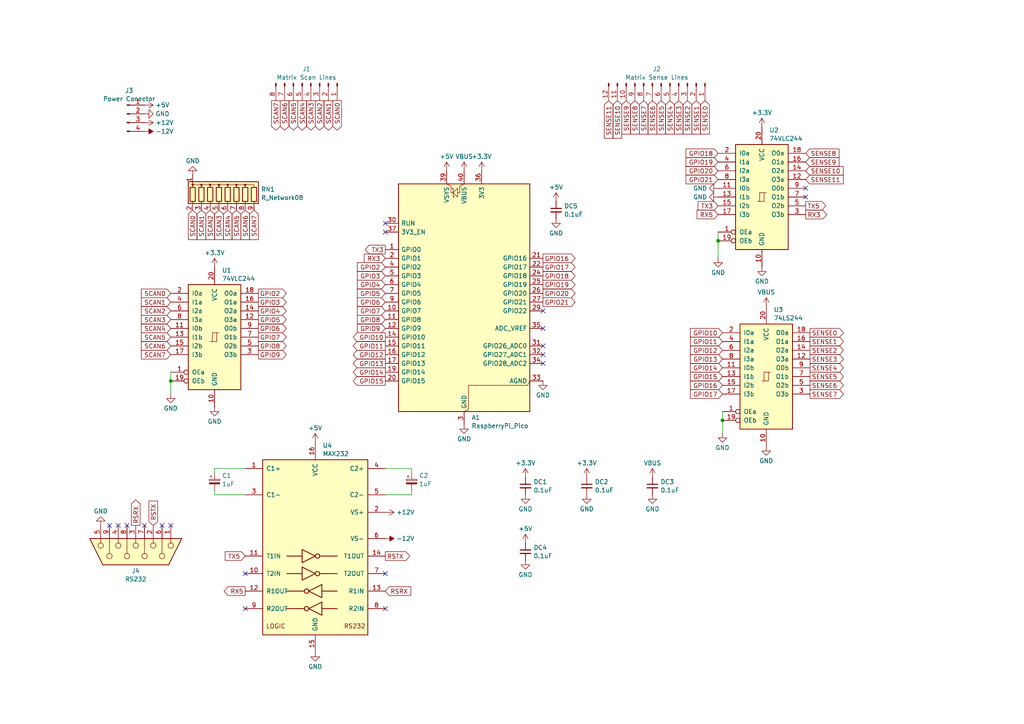
<source format=kicad_sch>
(kicad_sch (version 20250114) (generator "eeschema") (generator_version "9.0")
  (paper "A4")
  (lib_symbols
    (symbol "74xx:74LS244" (pin_names (offset 1.016))
      (property "Reference" "U" (at -7.62 16.51 0))
      (property "Value" "74LS244" (at -7.62 -16.51 0))
      (symbol "74LS244_1_0"
        (polyline (pts (xy -1.27 -1.27) (xy 0.635 -1.27) (xy 0.635 1.27) (xy 1.27 1.27)))
        (polyline (pts (xy -0.635 -1.27) (xy -0.635 1.27) (xy 0.635 1.27)))
        (pin input line (at -12.7 12.7 0) (length 5.08) (name "I0a") (number "2"))
        (pin input line (at -12.7 10.16 0) (length 5.08) (name "I1a") (number "4"))
        (pin input line (at -12.7 7.62 0) (length 5.08) (name "I2a") (number "6"))
        (pin input line (at -12.7 5.08 0) (length 5.08) (name "I3a") (number "8"))
        (pin input line (at -12.7 2.54 0) (length 5.08) (name "I0b") (number "11"))
        (pin input line (at -12.7 0 0) (length 5.08) (name "I1b") (number "13"))
        (pin input line (at -12.7 -2.54 0) (length 5.08) (name "I2b") (number "15"))
        (pin input line (at -12.7 -5.08 0) (length 5.08) (name "I3b") (number "17"))
        (pin input inverted (at -12.7 -10.16 0) (length 5.08) (name "OEa") (number "1"))
        (pin input inverted (at -12.7 -12.7 0) (length 5.08) (name "OEb") (number "19"))
        (pin power_in line (at 0 20.32 270) (length 5.08) (name "VCC") (number "20"))
        (pin power_in line (at 0 -20.32 90) (length 5.08) (name "GND") (number "10"))
        (pin tri_state line (at 12.7 12.7 180) (length 5.08) (name "O0a") (number "18"))
        (pin tri_state line (at 12.7 10.16 180) (length 5.08) (name "O1a") (number "16"))
        (pin tri_state line (at 12.7 7.62 180) (length 5.08) (name "O2a") (number "14"))
        (pin tri_state line (at 12.7 5.08 180) (length 5.08) (name "O3a") (number "12"))
        (pin tri_state line (at 12.7 2.54 180) (length 5.08) (name "O0b") (number "9"))
        (pin tri_state line (at 12.7 0 180) (length 5.08) (name "O1b") (number "7"))
        (pin tri_state line (at 12.7 -2.54 180) (length 5.08) (name "O2b") (number "5"))
        (pin tri_state line (at 12.7 -5.08 180) (length 5.08) (name "O3b") (number "3"))
      )
      (symbol "74LS244_1_1"
        (rectangle (start -7.62 15.24) (end 7.62 -15.24) (stroke (width 0.254)) (fill (type background)))
      )
    )
    (symbol "Connector:Conn_01x04_Pin" (pin_names (offset 1.016) (hide yes))
      (property "Reference" "J" (at 0 5.08 0))
      (property "Value" "Conn_01x04_Pin" (at 0 -7.62 0))
      (symbol "Conn_01x04_Pin_1_1"
        (rectangle (start 0.8636 2.667) (end 0 2.413) (stroke (width 0.1524)) (fill (type outline)))
        (rectangle (start 0.8636 0.127) (end 0 -0.127) (stroke (width 0.1524)) (fill (type outline)))
        (rectangle (start 0.8636 -2.413) (end 0 -2.667) (stroke (width 0.1524)) (fill (type outline)))
        (rectangle (start 0.8636 -4.953) (end 0 -5.207) (stroke (width 0.1524)) (fill (type outline)))
        (polyline (pts (xy 1.27 2.54) (xy 0.8636 2.54)) (stroke (width 0.1524)))
        (polyline (pts (xy 1.27 0) (xy 0.8636 0)) (stroke (width 0.1524)))
        (polyline (pts (xy 1.27 -2.54) (xy 0.8636 -2.54)) (stroke (width 0.1524)))
        (polyline (pts (xy 1.27 -5.08) (xy 0.8636 -5.08)) (stroke (width 0.1524)))
        (pin passive line (at 5.08 2.54 180) (length 3.81) (name "Pin_1") (number "1"))
        (pin passive line (at 5.08 0 180) (length 3.81) (name "Pin_2") (number "2"))
        (pin passive line (at 5.08 -2.54 180) (length 3.81) (name "Pin_3") (number "3"))
        (pin passive line (at 5.08 -5.08 180) (length 3.81) (name "Pin_4") (number "4"))
      )
    )
    (symbol "Connector:Conn_01x08_Pin" (pin_names (offset 1.016) (hide yes))
      (property "Reference" "J" (at 0 10.16 0))
      (property "Value" "Conn_01x08_Pin" (at 0 -12.7 0))
      (symbol "Conn_01x08_Pin_1_1"
        (rectangle (start 0.8636 7.747) (end 0 7.493) (stroke (width 0.1524)) (fill (type outline)))
        (rectangle (start 0.8636 5.207) (end 0 4.953) (stroke (width 0.1524)) (fill (type outline)))
        (rectangle (start 0.8636 2.667) (end 0 2.413) (stroke (width 0.1524)) (fill (type outline)))
        (rectangle (start 0.8636 0.127) (end 0 -0.127) (stroke (width 0.1524)) (fill (type outline)))
        (rectangle (start 0.8636 -2.413) (end 0 -2.667) (stroke (width 0.1524)) (fill (type outline)))
        (rectangle (start 0.8636 -4.953) (end 0 -5.207) (stroke (width 0.1524)) (fill (type outline)))
        (rectangle (start 0.8636 -7.493) (end 0 -7.747) (stroke (width 0.1524)) (fill (type outline)))
        (rectangle (start 0.8636 -10.033) (end 0 -10.287) (stroke (width 0.1524)) (fill (type outline)))
        (polyline (pts (xy 1.27 7.62) (xy 0.8636 7.62)) (stroke (width 0.1524)))
        (polyline (pts (xy 1.27 5.08) (xy 0.8636 5.08)) (stroke (width 0.1524)))
        (polyline (pts (xy 1.27 2.54) (xy 0.8636 2.54)) (stroke (width 0.1524)))
        (polyline (pts (xy 1.27 0) (xy 0.8636 0)) (stroke (width 0.1524)))
        (polyline (pts (xy 1.27 -2.54) (xy 0.8636 -2.54)) (stroke (width 0.1524)))
        (polyline (pts (xy 1.27 -5.08) (xy 0.8636 -5.08)) (stroke (width 0.1524)))
        (polyline (pts (xy 1.27 -7.62) (xy 0.8636 -7.62)) (stroke (width 0.1524)))
        (polyline (pts (xy 1.27 -10.16) (xy 0.8636 -10.16)) (stroke (width 0.1524)))
        (pin passive line (at 5.08 7.62 180) (length 3.81) (name "Pin_1") (number "1"))
        (pin passive line (at 5.08 5.08 180) (length 3.81) (name "Pin_2") (number "2"))
        (pin passive line (at 5.08 2.54 180) (length 3.81) (name "Pin_3") (number "3"))
        (pin passive line (at 5.08 0 180) (length 3.81) (name "Pin_4") (number "4"))
        (pin passive line (at 5.08 -2.54 180) (length 3.81) (name "Pin_5") (number "5"))
        (pin passive line (at 5.08 -5.08 180) (length 3.81) (name "Pin_6") (number "6"))
        (pin passive line (at 5.08 -7.62 180) (length 3.81) (name "Pin_7") (number "7"))
        (pin passive line (at 5.08 -10.16 180) (length 3.81) (name "Pin_8") (number "8"))
      )
    )
    (symbol "Connector:Conn_01x12_Pin" (pin_names (offset 1.016) (hide yes))
      (property "Reference" "J" (at 0 15.24 0))
      (property "Value" "Conn_01x12_Pin" (at 0 -17.78 0))
      (symbol "Conn_01x12_Pin_1_1"
        (rectangle (start 0.8636 12.827) (end 0 12.573) (stroke (width 0.1524)) (fill (type outline)))
        (rectangle (start 0.8636 10.287) (end 0 10.033) (stroke (width 0.1524)) (fill (type outline)))
        (rectangle (start 0.8636 7.747) (end 0 7.493) (stroke (width 0.1524)) (fill (type outline)))
        (rectangle (start 0.8636 5.207) (end 0 4.953) (stroke (width 0.1524)) (fill (type outline)))
        (rectangle (start 0.8636 2.667) (end 0 2.413) (stroke (width 0.1524)) (fill (type outline)))
        (rectangle (start 0.8636 0.127) (end 0 -0.127) (stroke (width 0.1524)) (fill (type outline)))
        (rectangle (start 0.8636 -2.413) (end 0 -2.667) (stroke (width 0.1524)) (fill (type outline)))
        (rectangle (start 0.8636 -4.953) (end 0 -5.207) (stroke (width 0.1524)) (fill (type outline)))
        (rectangle (start 0.8636 -7.493) (end 0 -7.747) (stroke (width 0.1524)) (fill (type outline)))
        (rectangle (start 0.8636 -10.033) (end 0 -10.287) (stroke (width 0.1524)) (fill (type outline)))
        (rectangle (start 0.8636 -12.573) (end 0 -12.827) (stroke (width 0.1524)) (fill (type outline)))
        (rectangle (start 0.8636 -15.113) (end 0 -15.367) (stroke (width 0.1524)) (fill (type outline)))
        (polyline (pts (xy 1.27 12.7) (xy 0.8636 12.7)) (stroke (width 0.1524)))
        (polyline (pts (xy 1.27 10.16) (xy 0.8636 10.16)) (stroke (width 0.1524)))
        (polyline (pts (xy 1.27 7.62) (xy 0.8636 7.62)) (stroke (width 0.1524)))
        (polyline (pts (xy 1.27 5.08) (xy 0.8636 5.08)) (stroke (width 0.1524)))
        (polyline (pts (xy 1.27 2.54) (xy 0.8636 2.54)) (stroke (width 0.1524)))
        (polyline (pts (xy 1.27 0) (xy 0.8636 0)) (stroke (width 0.1524)))
        (polyline (pts (xy 1.27 -2.54) (xy 0.8636 -2.54)) (stroke (width 0.1524)))
        (polyline (pts (xy 1.27 -5.08) (xy 0.8636 -5.08)) (stroke (width 0.1524)))
        (polyline (pts (xy 1.27 -7.62) (xy 0.8636 -7.62)) (stroke (width 0.1524)))
        (polyline (pts (xy 1.27 -10.16) (xy 0.8636 -10.16)) (stroke (width 0.1524)))
        (polyline (pts (xy 1.27 -12.7) (xy 0.8636 -12.7)) (stroke (width 0.1524)))
        (polyline (pts (xy 1.27 -15.24) (xy 0.8636 -15.24)) (stroke (width 0.1524)))
        (pin passive line (at 5.08 12.7 180) (length 3.81) (name "Pin_1") (number "1"))
        (pin passive line (at 5.08 10.16 180) (length 3.81) (name "Pin_2") (number "2"))
        (pin passive line (at 5.08 7.62 180) (length 3.81) (name "Pin_3") (number "3"))
        (pin passive line (at 5.08 5.08 180) (length 3.81) (name "Pin_4") (number "4"))
        (pin passive line (at 5.08 2.54 180) (length 3.81) (name "Pin_5") (number "5"))
        (pin passive line (at 5.08 0 180) (length 3.81) (name "Pin_6") (number "6"))
        (pin passive line (at 5.08 -2.54 180) (length 3.81) (name "Pin_7") (number "7"))
        (pin passive line (at 5.08 -5.08 180) (length 3.81) (name "Pin_8") (number "8"))
        (pin passive line (at 5.08 -7.62 180) (length 3.81) (name "Pin_9") (number "9"))
        (pin passive line (at 5.08 -10.16 180) (length 3.81) (name "Pin_10") (number "10"))
        (pin passive line (at 5.08 -12.7 180) (length 3.81) (name "Pin_11") (number "11"))
        (pin passive line (at 5.08 -15.24 180) (length 3.81) (name "Pin_12") (number "12"))
      )
    )
    (symbol "Connector:DE9_Socket" (pin_names (offset 1.016) (hide yes))
      (property "Reference" "J" (at 0 13.97 0))
      (property "Value" "DE9_Socket" (at 0 -14.605 0))
      (symbol "DE9_Socket_0_1"
        (polyline (pts (xy -3.81 13.335) (xy -3.81 -13.335) (xy 3.81 -9.525) (xy 3.81 9.525) (xy -3.81 13.335)) (stroke (width 0.254)) (fill (type background)))
        (polyline (pts (xy -3.81 10.16) (xy -2.54 10.16)))
        (polyline (pts (xy -3.81 7.62) (xy 0.508 7.62)))
        (polyline (pts (xy -3.81 5.08) (xy -2.54 5.08)))
        (polyline (pts (xy -3.81 2.54) (xy 0.508 2.54)))
        (polyline (pts (xy -3.81 0) (xy -2.54 0)))
        (polyline (pts (xy -3.81 -2.54) (xy 0.508 -2.54)))
        (polyline (pts (xy -3.81 -5.08) (xy -2.54 -5.08)))
        (polyline (pts (xy -3.81 -7.62) (xy 0.508 -7.62)))
        (polyline (pts (xy -3.81 -10.16) (xy -2.54 -10.16)))
        (circle (center -1.778 10.16) (radius 0.762))
        (circle (center -1.778 5.08) (radius 0.762))
        (circle (center -1.778 0) (radius 0.762))
        (circle (center -1.778 -5.08) (radius 0.762))
        (circle (center -1.778 -10.16) (radius 0.762))
        (circle (center 1.27 7.62) (radius 0.762))
        (circle (center 1.27 2.54) (radius 0.762))
        (circle (center 1.27 -2.54) (radius 0.762))
        (circle (center 1.27 -7.62) (radius 0.762))
      )
      (symbol "DE9_Socket_1_1"
        (pin passive line (at -7.62 10.16 0) (length 3.81) (name "1") (number "1"))
        (pin passive line (at -7.62 7.62 0) (length 3.81) (name "6") (number "6"))
        (pin passive line (at -7.62 5.08 0) (length 3.81) (name "2") (number "2"))
        (pin passive line (at -7.62 2.54 0) (length 3.81) (name "7") (number "7"))
        (pin passive line (at -7.62 0 0) (length 3.81) (name "3") (number "3"))
        (pin passive line (at -7.62 -2.54 0) (length 3.81) (name "8") (number "8"))
        (pin passive line (at -7.62 -5.08 0) (length 3.81) (name "4") (number "4"))
        (pin passive line (at -7.62 -7.62 0) (length 3.81) (name "9") (number "9"))
        (pin passive line (at -7.62 -10.16 0) (length 3.81) (name "5") (number "5"))
      )
    )
    (symbol "Device:C_Polarized_Small" (pin_numbers (hide yes)) (pin_names (offset 0.254) (hide yes))
      (property "Reference" "C" (at 0.254 1.778 0))
      (property "Value" "C_Polarized_Small" (at 0.254 -2.032 0))
      (symbol "C_Polarized_Small_0_1"
        (rectangle (start -1.524 0.6858) (end 1.524 0.3048))
        (rectangle (start -1.524 -0.3048) (end 1.524 -0.6858) (fill (type outline)))
        (polyline (pts (xy -1.27 1.524) (xy -0.762 1.524)))
        (polyline (pts (xy -1.016 1.27) (xy -1.016 1.778)))
      )
      (symbol "C_Polarized_Small_1_1"
        (pin passive line (at 0 2.54 270) (length 1.8542) (name "~") (number "1"))
        (pin passive line (at 0 -2.54 90) (length 1.8542) (name "~") (number "2"))
      )
    )
    (symbol "Device:C_Small" (pin_numbers (hide yes)) (pin_names (offset 0.254) (hide yes))
      (property "Reference" "C" (at 0.254 1.778 0))
      (property "Value" "C_Small" (at 0.254 -2.032 0))
      (symbol "C_Small_0_1"
        (polyline (pts (xy -1.524 0.508) (xy 1.524 0.508)) (stroke (width 0.3048)))
        (polyline (pts (xy -1.524 -0.508) (xy 1.524 -0.508)) (stroke (width 0.3302)))
      )
      (symbol "C_Small_1_1"
        (pin passive line (at 0 2.54 270) (length 2.032) (name "~") (number "1"))
        (pin passive line (at 0 -2.54 90) (length 2.032) (name "~") (number "2"))
      )
    )
    (symbol "Device:R_Network08" (pin_names (offset 0) (hide yes))
      (property "Reference" "RN" (at -12.7 0 90))
      (property "Value" "R_Network08" (at 10.16 0 90))
      (symbol "R_Network08_0_1"
        (rectangle (start -11.43 -3.175) (end 8.89 3.175) (stroke (width 0.254)) (fill (type background)))
        (rectangle (start -10.922 1.524) (end -9.398 -2.54) (stroke (width 0.254)))
        (circle (center -10.16 2.286) (radius 0.254) (fill (type outline)))
        (polyline (pts (xy -10.16 1.524) (xy -10.16 2.286) (xy -7.62 2.286) (xy -7.62 1.524)))
        (polyline (pts (xy -10.16 -2.54) (xy -10.16 -3.81)))
        (rectangle (start -8.382 1.524) (end -6.858 -2.54) (stroke (width 0.254)))
        (circle (center -7.62 2.286) (radius 0.254) (fill (type outline)))
        (polyline (pts (xy -7.62 1.524) (xy -7.62 2.286) (xy -5.08 2.286) (xy -5.08 1.524)))
        (polyline (pts (xy -7.62 -2.54) (xy -7.62 -3.81)))
        (rectangle (start -5.842 1.524) (end -4.318 -2.54) (stroke (width 0.254)))
        (circle (center -5.08 2.286) (radius 0.254) (fill (type outline)))
        (polyline (pts (xy -5.08 1.524) (xy -5.08 2.286) (xy -2.54 2.286) (xy -2.54 1.524)))
        (polyline (pts (xy -5.08 -2.54) (xy -5.08 -3.81)))
        (rectangle (start -3.302 1.524) (end -1.778 -2.54) (stroke (width 0.254)))
        (circle (center -2.54 2.286) (radius 0.254) (fill (type outline)))
        (polyline (pts (xy -2.54 1.524) (xy -2.54 2.286) (xy 0 2.286) (xy 0 1.524)))
        (polyline (pts (xy -2.54 -2.54) (xy -2.54 -3.81)))
        (rectangle (start -0.762 1.524) (end 0.762 -2.54) (stroke (width 0.254)))
        (circle (center 0 2.286) (radius 0.254) (fill (type outline)))
        (polyline (pts (xy 0 1.524) (xy 0 2.286) (xy 2.54 2.286) (xy 2.54 1.524)))
        (polyline (pts (xy 0 -2.54) (xy 0 -3.81)))
        (rectangle (start 1.778 1.524) (end 3.302 -2.54) (stroke (width 0.254)))
        (circle (center 2.54 2.286) (radius 0.254) (fill (type outline)))
        (polyline (pts (xy 2.54 1.524) (xy 2.54 2.286) (xy 5.08 2.286) (xy 5.08 1.524)))
        (polyline (pts (xy 2.54 -2.54) (xy 2.54 -3.81)))
        (rectangle (start 4.318 1.524) (end 5.842 -2.54) (stroke (width 0.254)))
        (circle (center 5.08 2.286) (radius 0.254) (fill (type outline)))
        (polyline (pts (xy 5.08 1.524) (xy 5.08 2.286) (xy 7.62 2.286) (xy 7.62 1.524)))
        (polyline (pts (xy 5.08 -2.54) (xy 5.08 -3.81)))
        (rectangle (start 6.858 1.524) (end 8.382 -2.54) (stroke (width 0.254)))
        (polyline (pts (xy 7.62 -2.54) (xy 7.62 -3.81)))
      )
      (symbol "R_Network08_1_1"
        (pin passive line (at -10.16 5.08 270) (length 2.54) (name "common") (number "1"))
        (pin passive line (at -10.16 -5.08 90) (length 1.27) (name "R1") (number "2"))
        (pin passive line (at -7.62 -5.08 90) (length 1.27) (name "R2") (number "3"))
        (pin passive line (at -5.08 -5.08 90) (length 1.27) (name "R3") (number "4"))
        (pin passive line (at -2.54 -5.08 90) (length 1.27) (name "R4") (number "5"))
        (pin passive line (at 0 -5.08 90) (length 1.27) (name "R5") (number "6"))
        (pin passive line (at 2.54 -5.08 90) (length 1.27) (name "R6") (number "7"))
        (pin passive line (at 5.08 -5.08 90) (length 1.27) (name "R7") (number "8"))
        (pin passive line (at 7.62 -5.08 90) (length 1.27) (name "R8") (number "9"))
      )
    )
    (symbol "Interface_UART:MAX232" (pin_names (offset 1.016))
      (property "Reference" "U" (at -2.54 28.575 0))
      (property "Value" "MAX232" (at -2.54 26.67 0))
      (symbol "MAX232_0_0"
        (text "LOGIC" (at -11.43 -22.86 0) (effects (font (size 1.27 1.27))))
        (text "RS232" (at 11.43 -22.86 0) (effects (font (size 1.27 1.27))))
      )
      (symbol "MAX232_0_1"
        (rectangle (start -15.24 -25.4) (end 15.24 25.4) (stroke (width 0.254)) (fill (type background)))
        (polyline (pts (xy -3.81 -0.635) (xy -3.81 -4.445) (xy 0 -2.54) (xy -3.81 -0.635)) (stroke (width 0.254)))
        (polyline (pts (xy -3.81 -2.54) (xy -8.255 -2.54)) (stroke (width 0.254)))
        (polyline (pts (xy -3.81 -5.715) (xy -3.81 -9.525) (xy 0 -7.62) (xy -3.81 -5.715)) (stroke (width 0.254)))
        (polyline (pts (xy -3.81 -7.62) (xy -8.255 -7.62)) (stroke (width 0.254)))
        (polyline (pts (xy -3.175 -12.7) (xy -8.255 -12.7)) (stroke (width 0.254)))
        (polyline (pts (xy -3.175 -17.78) (xy -8.255 -17.78)) (stroke (width 0.254)))
        (circle (center -2.54 -12.7) (radius 0.635) (stroke (width 0.254)))
        (circle (center -2.54 -17.78) (radius 0.635) (stroke (width 0.254)))
        (circle (center 0.635 -2.54) (radius 0.635) (stroke (width 0.254)))
        (circle (center 0.635 -7.62) (radius 0.635) (stroke (width 0.254)))
        (polyline (pts (xy 1.27 -2.54) (xy 6.35 -2.54)) (stroke (width 0.254)))
        (polyline (pts (xy 1.27 -7.62) (xy 6.35 -7.62)) (stroke (width 0.254)))
        (polyline (pts (xy 1.905 -10.795) (xy 1.905 -14.605) (xy -1.905 -12.7) (xy 1.905 -10.795)) (stroke (width 0.254)))
        (polyline (pts (xy 1.905 -12.7) (xy 6.35 -12.7)) (stroke (width 0.254)))
        (polyline (pts (xy 1.905 -15.875) (xy 1.905 -19.685) (xy -1.905 -17.78) (xy 1.905 -15.875)) (stroke (width 0.254)))
        (polyline (pts (xy 1.905 -17.78) (xy 6.35 -17.78)) (stroke (width 0.254)))
      )
      (symbol "MAX232_1_1"
        (pin passive line (at -20.32 22.86 0) (length 5.08) (name "C1+") (number "1"))
        (pin passive line (at -20.32 15.24 0) (length 5.08) (name "C1-") (number "3"))
        (pin input line (at -20.32 -2.54 0) (length 5.08) (name "T1IN") (number "11"))
        (pin input line (at -20.32 -7.62 0) (length 5.08) (name "T2IN") (number "10"))
        (pin output line (at -20.32 -12.7 0) (length 5.08) (name "R1OUT") (number "12"))
        (pin output line (at -20.32 -17.78 0) (length 5.08) (name "R2OUT") (number "9"))
        (pin power_in line (at 0 30.48 270) (length 5.08) (name "VCC") (number "16"))
        (pin power_in line (at 0 -30.48 90) (length 5.08) (name "GND") (number "15"))
        (pin passive line (at 20.32 22.86 180) (length 5.08) (name "C2+") (number "4"))
        (pin passive line (at 20.32 15.24 180) (length 5.08) (name "C2-") (number "5"))
        (pin power_out line (at 20.32 10.16 180) (length 5.08) (name "VS+") (number "2"))
        (pin power_out line (at 20.32 2.54 180) (length 5.08) (name "VS-") (number "6"))
        (pin output line (at 20.32 -2.54 180) (length 5.08) (name "T1OUT") (number "14"))
        (pin output line (at 20.32 -7.62 180) (length 5.08) (name "T2OUT") (number "7"))
        (pin input line (at 20.32 -12.7 180) (length 5.08) (name "R1IN") (number "13"))
        (pin input line (at 20.32 -17.78 180) (length 5.08) (name "R2IN") (number "8"))
      )
    )
    (symbol "MCU_Module:RaspberryPi_Pico" (pin_names (offset 0.762))
      (property "Reference" "A" (at -19.05 35.56 0))
      (property "Value" "RaspberryPi_Pico" (at 7.62 35.56 0))
      (symbol "RaspberryPi_Pico_0_1"
        (rectangle (start -19.05 34.29) (end 19.05 -31.75) (stroke (width 0.254)) (fill (type background)))
        (polyline (pts (xy -5.08 34.29) (xy -3.81 33.655) (xy -3.81 31.75) (xy -3.175 31.75)))
        (polyline (pts (xy -3.429 32.766) (xy -3.429 33.02) (xy -3.175 33.02) (xy -3.175 30.48) (xy -2.921 30.48) (xy -2.921 30.734)))
        (polyline (pts (xy -3.175 31.75) (xy -1.905 33.02) (xy -1.905 30.48) (xy -3.175 31.75)))
        (polyline (pts (xy 0 34.29) (xy -1.27 33.655) (xy -1.27 31.75) (xy -1.905 31.75)))
        (polyline (pts (xy 0 -31.75) (xy 1.27 -31.115) (xy 1.27 -24.13) (xy 18.415 -24.13) (xy 19.05 -22.86)))
      )
      (symbol "RaspberryPi_Pico_1_1"
        (pin passive line (at -22.86 22.86 0) (length 3.81) (name "RUN") (number "30"))
        (pin passive line (at -22.86 20.32 0) (length 3.81) (name "3V3_EN") (number "37"))
        (pin bidirectional line (at -22.86 15.24 0) (length 3.81) (name "GPIO0") (number "1"))
        (pin bidirectional line (at -22.86 12.7 0) (length 3.81) (name "GPIO1") (number "2"))
        (pin bidirectional line (at -22.86 10.16 0) (length 3.81) (name "GPIO2") (number "4"))
        (pin bidirectional line (at -22.86 7.62 0) (length 3.81) (name "GPIO3") (number "5"))
        (pin bidirectional line (at -22.86 5.08 0) (length 3.81) (name "GPIO4") (number "6"))
        (pin bidirectional line (at -22.86 2.54 0) (length 3.81) (name "GPIO5") (number "7"))
        (pin bidirectional line (at -22.86 0 0) (length 3.81) (name "GPIO6") (number "9"))
        (pin bidirectional line (at -22.86 -2.54 0) (length 3.81) (name "GPIO7") (number "10"))
        (pin bidirectional line (at -22.86 -5.08 0) (length 3.81) (name "GPIO8") (number "11"))
        (pin bidirectional line (at -22.86 -7.62 0) (length 3.81) (name "GPIO9") (number "12"))
        (pin bidirectional line (at -22.86 -10.16 0) (length 3.81) (name "GPIO10") (number "14"))
        (pin bidirectional line (at -22.86 -12.7 0) (length 3.81) (name "GPIO11") (number "15"))
        (pin bidirectional line (at -22.86 -15.24 0) (length 3.81) (name "GPIO12") (number "16"))
        (pin bidirectional line (at -22.86 -17.78 0) (length 3.81) (name "GPIO13") (number "17"))
        (pin bidirectional line (at -22.86 -20.32 0) (length 3.81) (name "GPIO14") (number "19"))
        (pin bidirectional line (at -22.86 -22.86 0) (length 3.81) (name "GPIO15") (number "20"))
        (pin power_in line (at -5.08 38.1 270) (length 3.81) (name "VSYS") (number "39"))
        (pin power_out line (at 0 38.1 270) (length 3.81) (name "VBUS") (number "40"))
        (pin passive line (at 0 -35.56 90) (length 3.81) (hide yes) (name "GND") (number "13"))
        (pin passive line (at 0 -35.56 90) (length 3.81) (hide yes) (name "GND") (number "18"))
        (pin passive line (at 0 -35.56 90) (length 3.81) (hide yes) (name "GND") (number "23"))
        (pin passive line (at 0 -35.56 90) (length 3.81) (hide yes) (name "GND") (number "28"))
        (pin power_out line (at 0 -35.56 90) (length 3.81) (name "GND") (number "3"))
        (pin passive line (at 0 -35.56 90) (length 3.81) (hide yes) (name "GND") (number "38"))
        (pin passive line (at 0 -35.56 90) (length 3.81) (hide yes) (name "GND") (number "8"))
        (pin power_out line (at 5.08 38.1 270) (length 3.81) (name "3V3") (number "36"))
        (pin bidirectional line (at 22.86 12.7 180) (length 3.81) (name "GPIO16") (number "21"))
        (pin bidirectional line (at 22.86 10.16 180) (length 3.81) (name "GPIO17") (number "22"))
        (pin bidirectional line (at 22.86 7.62 180) (length 3.81) (name "GPIO18") (number "24"))
        (pin bidirectional line (at 22.86 5.08 180) (length 3.81) (name "GPIO19") (number "25"))
        (pin bidirectional line (at 22.86 2.54 180) (length 3.81) (name "GPIO20") (number "26"))
        (pin bidirectional line (at 22.86 0 180) (length 3.81) (name "GPIO21") (number "27"))
        (pin bidirectional line (at 22.86 -2.54 180) (length 3.81) (name "GPIO22") (number "29"))
        (pin power_in line (at 22.86 -7.62 180) (length 3.81) (name "ADC_VREF") (number "35"))
        (pin bidirectional line (at 22.86 -12.7 180) (length 3.81) (name "GPIO26_ADC0") (number "31"))
        (pin bidirectional line (at 22.86 -15.24 180) (length 3.81) (name "GPIO27_ADC1") (number "32"))
        (pin bidirectional line (at 22.86 -17.78 180) (length 3.81) (name "GPIO28_ADC2") (number "34"))
        (pin power_out line (at 22.86 -22.86 180) (length 3.81) (name "AGND") (number "33"))
      )
    )
    (symbol "power:+12V" (power) (pin_numbers (hide yes)) (pin_names (offset 0) (hide yes))
      (property "Value" "+12V" (at 0 3.556 0))
      (symbol "+12V_0_1"
        (polyline (pts (xy -0.762 1.27) (xy 0 2.54)))
        (polyline (pts (xy 0 2.54) (xy 0.762 1.27)))
        (polyline (pts (xy 0 0) (xy 0 2.54)))
      )
      (symbol "+12V_1_1"
        (pin power_in line (at 0 0 90) (length 0) (name "~") (number "1"))
      )
    )
    (symbol "power:+3.3V" (power) (pin_numbers (hide yes)) (pin_names (offset 0) (hide yes))
      (property "Value" "+3.3V" (at 0 3.556 0))
      (symbol "+3.3V_0_1"
        (polyline (pts (xy -0.762 1.27) (xy 0 2.54)))
        (polyline (pts (xy 0 2.54) (xy 0.762 1.27)))
        (polyline (pts (xy 0 0) (xy 0 2.54)))
      )
      (symbol "+3.3V_1_1"
        (pin power_in line (at 0 0 90) (length 0) (name "~") (number "1"))
      )
    )
    (symbol "power:+5V" (power) (pin_numbers (hide yes)) (pin_names (offset 0) (hide yes))
      (property "Value" "+5V" (at 0 3.556 0))
      (symbol "+5V_0_1"
        (polyline (pts (xy -0.762 1.27) (xy 0 2.54)))
        (polyline (pts (xy 0 2.54) (xy 0.762 1.27)))
        (polyline (pts (xy 0 0) (xy 0 2.54)))
      )
      (symbol "+5V_1_1"
        (pin power_in line (at 0 0 90) (length 0) (name "~") (number "1"))
      )
    )
    (symbol "power:-12V" (power) (pin_numbers (hide yes)) (pin_names (offset 0) (hide yes))
      (property "Value" "-12V" (at 0 3.556 0))
      (symbol "-12V_0_0"
        (pin power_in line (at 0 0 90) (length 0) (name "~") (number "1"))
      )
      (symbol "-12V_0_1"
        (polyline (pts (xy 0 0) (xy 0 1.27) (xy 0.762 1.27) (xy 0 2.54) (xy -0.762 1.27) (xy 0 1.27)) (fill (type outline)))
      )
    )
    (symbol "power:GND" (power) (pin_numbers (hide yes)) (pin_names (offset 0) (hide yes))
      (property "Value" "GND" (at 0 -3.81 0))
      (symbol "GND_0_1"
        (polyline (pts (xy 0 0) (xy 0 -1.27) (xy 1.27 -1.27) (xy 0 -2.54) (xy -1.27 -1.27) (xy 0 -1.27)))
      )
      (symbol "GND_1_1"
        (pin power_in line (at 0 0 270) (length 0) (name "~") (number "1"))
      )
    )
    (symbol "power:VBUS" (power) (pin_numbers (hide yes)) (pin_names (offset 0) (hide yes))
      (property "Value" "VBUS" (at 0 3.556 0))
      (symbol "VBUS_0_1"
        (polyline (pts (xy -0.762 1.27) (xy 0 2.54)))
        (polyline (pts (xy 0 2.54) (xy 0.762 1.27)))
        (polyline (pts (xy 0 0) (xy 0 2.54)))
      )
      (symbol "VBUS_1_1"
        (pin power_in line (at 0 0 90) (length 0) (name "~") (number "1"))
      )
    )
  )
  (junction (at 49.53 110.49))
  (junction (at 209.55 121.92))
  (junction (at 208.28 69.85))
  (no_connect (at 71.12 176.53))
  (no_connect (at 111.76 166.37))
  (no_connect (at 34.29 152.4))
  (no_connect (at 111.76 67.31))
  (no_connect (at 157.48 100.33))
  (no_connect (at 157.48 102.87))
  (no_connect (at 49.53 152.4))
  (no_connect (at 111.76 176.53))
  (no_connect (at 71.12 166.37))
  (no_connect (at 233.68 57.15))
  (no_connect (at 157.48 105.41))
  (no_connect (at 111.76 64.77))
  (no_connect (at 36.83 152.4))
  (no_connect (at 157.48 90.17))
  (no_connect (at 233.68 54.61))
  (no_connect (at 157.48 95.25))
  (no_connect (at 41.91 152.4))
  (no_connect (at 31.75 152.4))
  (no_connect (at 46.99 152.4))
  (wire (pts (xy 71.12 143.51) (xy 62.23 143.51)))
  (wire (pts (xy 119.38 142.24) (xy 119.38 143.51)))
  (wire (pts (xy 71.12 135.89) (xy 62.23 135.89)))
  (wire (pts (xy 62.23 135.89) (xy 62.23 137.16)))
  (wire (pts (xy 119.38 143.51) (xy 111.76 143.51)))
  (wire (pts (xy 208.28 69.85) (xy 208.28 74.93)))
  (wire (pts (xy 49.53 107.95) (xy 49.53 110.49)))
  (wire (pts (xy 49.53 110.49) (xy 49.53 114.3)))
  (wire (pts (xy 208.28 67.31) (xy 208.28 69.85)))
  (wire (pts (xy 209.55 119.38) (xy 209.55 121.92)))
  (wire (pts (xy 62.23 143.51) (xy 62.23 142.24)))
  (wire (pts (xy 119.38 137.16) (xy 119.38 135.89)))
  (wire (pts (xy 209.55 121.92) (xy 209.55 125.73)))
  (wire (pts (xy 119.38 135.89) (xy 111.76 135.89)))
  (global_label "RX3" (shape input) (at 111.76 74.93 180) (property "Intersheetrefs" "${INTERSHEET_REFS}" (effects (hide yes))))
  (global_label "GPIO8" (shape output) (at 74.93 100.33 0) (property "Intersheetrefs" "${INTERSHEET_REFS}" (effects (hide yes))))
  (global_label "SCAN1" (shape input) (at 49.53 87.63 180) (property "Intersheetrefs" "${INTERSHEET_REFS}" (effects (hide yes))))
  (global_label "TX3" (shape input) (at 208.28 59.69 180) (property "Intersheetrefs" "${INTERSHEET_REFS}" (effects (hide yes))))
  (global_label "GPIO17" (shape input) (at 209.55 114.3 180) (property "Intersheetrefs" "${INTERSHEET_REFS}" (effects (hide yes))))
  (global_label "GPIO7" (shape output) (at 74.93 97.79 0) (property "Intersheetrefs" "${INTERSHEET_REFS}" (effects (hide yes))))
  (global_label "GPIO5" (shape output) (at 74.93 92.71 0) (property "Intersheetrefs" "${INTERSHEET_REFS}" (effects (hide yes))))
  (global_label "GPIO7" (shape input) (at 111.76 90.17 180) (property "Intersheetrefs" "${INTERSHEET_REFS}" (effects (hide yes))))
  (global_label "SENSE8" (shape input) (at 184.15 29.21 270) (property "Intersheetrefs" "${INTERSHEET_REFS}" (effects (hide yes))))
  (global_label "SENSE1" (shape input) (at 201.93 29.21 270) (property "Intersheetrefs" "${INTERSHEET_REFS}" (effects (hide yes))))
  (global_label "SCAN6" (shape input) (at 49.53 100.33 180) (property "Intersheetrefs" "${INTERSHEET_REFS}" (effects (hide yes))))
  (global_label "GPIO12" (shape input) (at 209.55 101.6 180) (property "Intersheetrefs" "${INTERSHEET_REFS}" (effects (hide yes))))
  (global_label "TX5" (shape output) (at 233.68 59.69 0) (property "Intersheetrefs" "${INTERSHEET_REFS}" (effects (hide yes))))
  (global_label "SCAN7" (shape input) (at 49.53 102.87 180) (property "Intersheetrefs" "${INTERSHEET_REFS}" (effects (hide yes))))
  (global_label "SENSE10" (shape input) (at 179.07 29.21 270) (property "Intersheetrefs" "${INTERSHEET_REFS}" (effects (hide yes))))
  (global_label "GPIO18" (shape input) (at 208.28 44.45 180) (property "Intersheetrefs" "${INTERSHEET_REFS}" (effects (hide yes))))
  (global_label "GPIO15" (shape input) (at 209.55 109.22 180) (property "Intersheetrefs" "${INTERSHEET_REFS}" (effects (hide yes))))
  (global_label "RSTX" (shape input) (at 44.45 152.4 90) (property "Intersheetrefs" "${INTERSHEET_REFS}" (effects (hide yes))))
  (global_label "SENSE0" (shape output) (at 234.95 96.52 0) (property "Intersheetrefs" "${INTERSHEET_REFS}" (effects (hide yes))))
  (global_label "SCAN0" (shape input) (at 49.53 85.09 180) (property "Intersheetrefs" "${INTERSHEET_REFS}" (effects (hide yes))))
  (global_label "SENSE8" (shape input) (at 233.68 44.45 0) (property "Intersheetrefs" "${INTERSHEET_REFS}" (effects (hide yes))))
  (global_label "GPIO3" (shape output) (at 74.93 87.63 0) (property "Intersheetrefs" "${INTERSHEET_REFS}" (effects (hide yes))))
  (global_label "GPIO11" (shape output) (at 111.76 100.33 180) (property "Intersheetrefs" "${INTERSHEET_REFS}" (effects (hide yes))))
  (global_label "SENSE2" (shape input) (at 199.39 29.21 270) (property "Intersheetrefs" "${INTERSHEET_REFS}" (effects (hide yes))))
  (global_label "RSRX" (shape input) (at 111.76 171.45 0) (property "Intersheetrefs" "${INTERSHEET_REFS}" (effects (hide yes))))
  (global_label "SCAN1" (shape output) (at 95.25 29.21 270) (property "Intersheetrefs" "${INTERSHEET_REFS}" (effects (hide yes))))
  (global_label "SENSE1" (shape output) (at 234.95 99.06 0) (property "Intersheetrefs" "${INTERSHEET_REFS}" (effects (hide yes))))
  (global_label "SENSE0" (shape input) (at 204.47 29.21 270) (property "Intersheetrefs" "${INTERSHEET_REFS}" (effects (hide yes))))
  (global_label "SCAN0" (shape input) (at 55.88 60.96 270) (property "Intersheetrefs" "${INTERSHEET_REFS}" (effects (hide yes))))
  (global_label "SCAN4" (shape input) (at 49.53 95.25 180) (property "Intersheetrefs" "${INTERSHEET_REFS}" (effects (hide yes))))
  (global_label "GPIO16" (shape output) (at 157.48 74.93 0) (property "Intersheetrefs" "${INTERSHEET_REFS}" (effects (hide yes))))
  (global_label "RX5" (shape output) (at 71.12 171.45 180) (property "Intersheetrefs" "${INTERSHEET_REFS}" (effects (hide yes))))
  (global_label "GPIO6" (shape input) (at 111.76 87.63 180) (property "Intersheetrefs" "${INTERSHEET_REFS}" (effects (hide yes))))
  (global_label "SCAN4" (shape output) (at 87.63 29.21 270) (property "Intersheetrefs" "${INTERSHEET_REFS}" (effects (hide yes))))
  (global_label "SENSE7" (shape output) (at 234.95 114.3 0) (property "Intersheetrefs" "${INTERSHEET_REFS}" (effects (hide yes))))
  (global_label "GPIO15" (shape output) (at 111.76 110.49 180) (property "Intersheetrefs" "${INTERSHEET_REFS}" (effects (hide yes))))
  (global_label "GPIO3" (shape input) (at 111.76 80.01 180) (property "Intersheetrefs" "${INTERSHEET_REFS}" (effects (hide yes))))
  (global_label "SENSE4" (shape input) (at 194.31 29.21 270) (property "Intersheetrefs" "${INTERSHEET_REFS}" (effects (hide yes))))
  (global_label "SCAN3" (shape output) (at 90.17 29.21 270) (property "Intersheetrefs" "${INTERSHEET_REFS}" (effects (hide yes))))
  (global_label "GPIO11" (shape input) (at 209.55 99.06 180) (property "Intersheetrefs" "${INTERSHEET_REFS}" (effects (hide yes))))
  (global_label "SCAN5" (shape output) (at 85.09 29.21 270) (property "Intersheetrefs" "${INTERSHEET_REFS}" (effects (hide yes))))
  (global_label "SENSE2" (shape output) (at 234.95 101.6 0) (property "Intersheetrefs" "${INTERSHEET_REFS}" (effects (hide yes))))
  (global_label "SENSE5" (shape output) (at 234.95 109.22 0) (property "Intersheetrefs" "${INTERSHEET_REFS}" (effects (hide yes))))
  (global_label "SENSE11" (shape input) (at 176.53 29.21 270) (property "Intersheetrefs" "${INTERSHEET_REFS}" (effects (hide yes))))
  (global_label "GPIO21" (shape output) (at 157.48 87.63 0) (property "Intersheetrefs" "${INTERSHEET_REFS}" (effects (hide yes))))
  (global_label "SCAN5" (shape input) (at 49.53 97.79 180) (property "Intersheetrefs" "${INTERSHEET_REFS}" (effects (hide yes))))
  (global_label "SCAN7" (shape input) (at 73.66 60.96 270) (property "Intersheetrefs" "${INTERSHEET_REFS}" (effects (hide yes))))
  (global_label "SENSE9" (shape input) (at 233.68 46.99 0) (property "Intersheetrefs" "${INTERSHEET_REFS}" (effects (hide yes))))
  (global_label "GPIO4" (shape output) (at 74.93 90.17 0) (property "Intersheetrefs" "${INTERSHEET_REFS}" (effects (hide yes))))
  (global_label "GPIO20" (shape output) (at 157.48 85.09 0) (property "Intersheetrefs" "${INTERSHEET_REFS}" (effects (hide yes))))
  (global_label "GPIO17" (shape output) (at 157.48 77.47 0) (property "Intersheetrefs" "${INTERSHEET_REFS}" (effects (hide yes))))
  (global_label "GPIO14" (shape input) (at 209.55 106.68 180) (property "Intersheetrefs" "${INTERSHEET_REFS}" (effects (hide yes))))
  (global_label "SENSE3" (shape input) (at 196.85 29.21 270) (property "Intersheetrefs" "${INTERSHEET_REFS}" (effects (hide yes))))
  (global_label "TX3" (shape output) (at 111.76 72.39 180) (property "Intersheetrefs" "${INTERSHEET_REFS}" (effects (hide yes))))
  (global_label "GPIO9" (shape input) (at 111.76 95.25 180) (property "Intersheetrefs" "${INTERSHEET_REFS}" (effects (hide yes))))
  (global_label "GPIO13" (shape output) (at 111.76 105.41 180) (property "Intersheetrefs" "${INTERSHEET_REFS}" (effects (hide yes))))
  (global_label "SCAN0" (shape output) (at 97.79 29.21 270) (property "Intersheetrefs" "${INTERSHEET_REFS}" (effects (hide yes))))
  (global_label "GPIO16" (shape input) (at 209.55 111.76 180) (property "Intersheetrefs" "${INTERSHEET_REFS}" (effects (hide yes))))
  (global_label "SCAN6" (shape input) (at 71.12 60.96 270) (property "Intersheetrefs" "${INTERSHEET_REFS}" (effects (hide yes))))
  (global_label "SENSE7" (shape input) (at 186.69 29.21 270) (property "Intersheetrefs" "${INTERSHEET_REFS}" (effects (hide yes))))
  (global_label "SENSE11" (shape input) (at 233.68 52.07 0) (property "Intersheetrefs" "${INTERSHEET_REFS}" (effects (hide yes))))
  (global_label "GPIO8" (shape input) (at 111.76 92.71 180) (property "Intersheetrefs" "${INTERSHEET_REFS}" (effects (hide yes))))
  (global_label "SCAN3" (shape input) (at 63.5 60.96 270) (property "Intersheetrefs" "${INTERSHEET_REFS}" (effects (hide yes))))
  (global_label "SCAN5" (shape input) (at 68.58 60.96 270) (property "Intersheetrefs" "${INTERSHEET_REFS}" (effects (hide yes))))
  (global_label "GPIO20" (shape input) (at 208.28 49.53 180) (property "Intersheetrefs" "${INTERSHEET_REFS}" (effects (hide yes))))
  (global_label "GPIO6" (shape output) (at 74.93 95.25 0) (property "Intersheetrefs" "${INTERSHEET_REFS}" (effects (hide yes))))
  (global_label "SCAN6" (shape output) (at 82.55 29.21 270) (property "Intersheetrefs" "${INTERSHEET_REFS}" (effects (hide yes))))
  (global_label "GPIO21" (shape input) (at 208.28 52.07 180) (property "Intersheetrefs" "${INTERSHEET_REFS}" (effects (hide yes))))
  (global_label "GPIO2" (shape input) (at 111.76 77.47 180) (property "Intersheetrefs" "${INTERSHEET_REFS}" (effects (hide yes))))
  (global_label "GPIO2" (shape output) (at 74.93 85.09 0) (property "Intersheetrefs" "${INTERSHEET_REFS}" (effects (hide yes))))
  (global_label "GPIO19" (shape input) (at 208.28 46.99 180) (property "Intersheetrefs" "${INTERSHEET_REFS}" (effects (hide yes))))
  (global_label "GPIO10" (shape output) (at 111.76 97.79 180) (property "Intersheetrefs" "${INTERSHEET_REFS}" (effects (hide yes))))
  (global_label "SCAN2" (shape output) (at 92.71 29.21 270) (property "Intersheetrefs" "${INTERSHEET_REFS}" (effects (hide yes))))
  (global_label "GPIO4" (shape input) (at 111.76 82.55 180) (property "Intersheetrefs" "${INTERSHEET_REFS}" (effects (hide yes))))
  (global_label "SCAN3" (shape input) (at 49.53 92.71 180) (property "Intersheetrefs" "${INTERSHEET_REFS}" (effects (hide yes))))
  (global_label "GPIO14" (shape output) (at 111.76 107.95 180) (property "Intersheetrefs" "${INTERSHEET_REFS}" (effects (hide yes))))
  (global_label "SCAN2" (shape input) (at 60.96 60.96 270) (property "Intersheetrefs" "${INTERSHEET_REFS}" (effects (hide yes))))
  (global_label "GPIO12" (shape output) (at 111.76 102.87 180) (property "Intersheetrefs" "${INTERSHEET_REFS}" (effects (hide yes))))
  (global_label "SCAN1" (shape input) (at 58.42 60.96 270) (property "Intersheetrefs" "${INTERSHEET_REFS}" (effects (hide yes))))
  (global_label "GPIO10" (shape input) (at 209.55 96.52 180) (property "Intersheetrefs" "${INTERSHEET_REFS}" (effects (hide yes))))
  (global_label "RSRX" (shape output) (at 39.37 152.4 90) (property "Intersheetrefs" "${INTERSHEET_REFS}" (effects (hide yes))))
  (global_label "SENSE9" (shape input) (at 181.61 29.21 270) (property "Intersheetrefs" "${INTERSHEET_REFS}" (effects (hide yes))))
  (global_label "SCAN2" (shape input) (at 49.53 90.17 180) (property "Intersheetrefs" "${INTERSHEET_REFS}" (effects (hide yes))))
  (global_label "GPIO5" (shape input) (at 111.76 85.09 180) (property "Intersheetrefs" "${INTERSHEET_REFS}" (effects (hide yes))))
  (global_label "SENSE10" (shape input) (at 233.68 49.53 0) (property "Intersheetrefs" "${INTERSHEET_REFS}" (effects (hide yes))))
  (global_label "SENSE3" (shape output) (at 234.95 104.14 0) (property "Intersheetrefs" "${INTERSHEET_REFS}" (effects (hide yes))))
  (global_label "GPIO9" (shape output) (at 74.93 102.87 0) (property "Intersheetrefs" "${INTERSHEET_REFS}" (effects (hide yes))))
  (global_label "GPIO13" (shape input) (at 209.55 104.14 180) (property "Intersheetrefs" "${INTERSHEET_REFS}" (effects (hide yes))))
  (global_label "RSTX" (shape output) (at 111.76 161.29 0) (property "Intersheetrefs" "${INTERSHEET_REFS}" (effects (hide yes))))
  (global_label "GPIO18" (shape output) (at 157.48 80.01 0) (property "Intersheetrefs" "${INTERSHEET_REFS}" (effects (hide yes))))
  (global_label "RX3" (shape output) (at 233.68 62.23 0) (property "Intersheetrefs" "${INTERSHEET_REFS}" (effects (hide yes))))
  (global_label "GPIO19" (shape output) (at 157.48 82.55 0) (property "Intersheetrefs" "${INTERSHEET_REFS}" (effects (hide yes))))
  (global_label "SENSE5" (shape input) (at 191.77 29.21 270) (property "Intersheetrefs" "${INTERSHEET_REFS}" (effects (hide yes))))
  (global_label "RX5" (shape input) (at 208.28 62.23 180) (property "Intersheetrefs" "${INTERSHEET_REFS}" (effects (hide yes))))
  (global_label "SENSE6" (shape input) (at 189.23 29.21 270) (property "Intersheetrefs" "${INTERSHEET_REFS}" (effects (hide yes))))
  (global_label "SCAN7" (shape output) (at 80.01 29.21 270) (property "Intersheetrefs" "${INTERSHEET_REFS}" (effects (hide yes))))
  (global_label "SENSE4" (shape output) (at 234.95 106.68 0) (property "Intersheetrefs" "${INTERSHEET_REFS}" (effects (hide yes))))
  (global_label "TX5" (shape input) (at 71.12 161.29 180) (property "Intersheetrefs" "${INTERSHEET_REFS}" (effects (hide yes))))
  (global_label "SCAN4" (shape input) (at 66.04 60.96 270) (property "Intersheetrefs" "${INTERSHEET_REFS}" (effects (hide yes))))
  (global_label "SENSE6" (shape output) (at 234.95 111.76 0) (property "Intersheetrefs" "${INTERSHEET_REFS}" (effects (hide yes))))
  (symbol (lib_id "MCU_Module:RaspberryPi_Pico") (at 134.62 87.63 0) (unit 1)
    (property "Reference" "A1" (at 136.7633 121.1001 0) (effects (justify left)))
    (property "Value" "RaspberryPi_Pico" (at 136.7633 123.5244 0) (effects (justify left)))
    (property "Footprint" "Module:RaspberryPi_Pico_Common_Unspecified" (effects (hide yes)))
    (property "Datasheet" "https://datasheets.raspberrypi.com/pico/pico-datasheet.pdf" (effects (hide yes)))
    (property "Description" "Versatile and inexpensive microcontroller module powered by RP2040 dual-core Arm Cortex-M0+ processor up to 133 MHz, 264kB SRAM, 2MB QSPI flash; also supports Raspberry Pi Pico 2" (effects (hide yes)))
  )
  (symbol (lib_id "power:+12V") (at 111.76 148.59 270) (unit 1)
    (property "Reference" "#PWR021" (effects (hide yes)))
    (property "Value" "+12V" (at 114.935 148.59 90) (effects (justify left)))
    (property "Description" "Power symbol creates a global label with name \"+12V\"" (effects (hide yes)))
  )
  (symbol (lib_id "power:GND") (at 157.48 110.49 0) (unit 1)
    (property "Reference" "#PWR017" (effects (hide yes)))
    (property "Value" "GND" (at 157.48 114.6231 0))
    (property "Description" "Power symbol creates a global label with name \"GND\" , ground" (effects (hide yes)))
  )
  (symbol (lib_id "power:GND") (at 220.98 77.47 0) (unit 1)
    (property "Reference" "#PWR016" (effects (hide yes)))
    (property "Value" "GND" (at 220.98 81.6031 0))
    (property "Description" "Power symbol creates a global label with name \"GND\" , ground" (effects (hide yes)))
  )
  (symbol (lib_id "Device:C_Small") (at 152.4 140.97 0) (unit 1)
    (property "Reference" "DC1" (at 154.7241 139.7641 0) (effects (justify left)))
    (property "Value" "0.1uF" (at 154.7241 142.1884 0) (effects (justify left)))
    (property "Footprint" "Capacitor_SMD:C_0805_2012Metric_Pad1.18x1.45mm_HandSolder" (effects (hide yes)))
    (property "Description" "Unpolarized capacitor, small symbol" (effects (hide yes)))
  )
  (symbol (lib_id "Interface_UART:MAX232") (at 91.44 158.75 0) (unit 1)
    (property "Reference" "U4" (at 93.5833 129.2055 0) (effects (justify left)))
    (property "Value" "MAX232" (at 93.5833 131.6298 0) (effects (justify left)))
    (property "Footprint" "Package_DIP:DIP-16_W7.62mm_Socket" (effects (hide yes)))
    (property "Datasheet" "http://www.ti.com/lit/ds/symlink/max232.pdf" (effects (hide yes)))
    (property "Description" "Dual RS232 driver/receiver, 5V supply, 120kb/s, 0C-70C" (effects (hide yes)))
  )
  (symbol (lib_id "power:GND") (at 29.21 152.4 180) (unit 1)
    (property "Reference" "#PWR036" (effects (hide yes)))
    (property "Value" "GND" (at 29.21 148.2669 0))
    (property "Description" "Power symbol creates a global label with name \"GND\" , ground" (effects (hide yes)))
  )
  (symbol (lib_id "power:GND") (at 152.4 162.56 0) (unit 1)
    (property "Reference" "#PWR029" (effects (hide yes)))
    (property "Value" "GND" (at 152.4 166.6931 0))
    (property "Description" "Power symbol creates a global label with name \"GND\" , ground" (effects (hide yes)))
  )
  (symbol (lib_id "74xx:74LS244") (at 220.98 57.15 0) (unit 1)
    (property "Reference" "U2" (at 223.1233 37.7655 0) (effects (justify left)))
    (property "Value" "74VLC244" (at 223.1233 40.1898 0) (effects (justify left)))
    (property "Footprint" "Package_DIP:DIP-20_W7.62mm_Socket" (effects (hide yes)))
    (property "Datasheet" "http://www.ti.com/lit/ds/symlink/sn74ls244.pdf" (effects (hide yes)))
    (property "Description" "Octal Buffer and Line Driver With 3-State Output, active-low enables, non-inverting outputs" (effects (hide yes)))
  )
  (symbol (lib_id "Device:C_Polarized_Small") (at 62.23 139.7 0) (unit 1)
    (property "Reference" "C1" (at 64.389 137.9417 0) (effects (justify left)))
    (property "Value" "1uF" (at 64.389 140.366 0) (effects (justify left)))
    (property "Footprint" "Capacitor_THT:CP_Radial_D4.0mm_P2.00mm" (effects (hide yes)))
    (property "Description" "Polarized capacitor, small symbol" (effects (hide yes)))
  )
  (symbol (lib_id "Device:C_Small") (at 152.4 160.02 0) (unit 1)
    (property "Reference" "DC4" (at 154.7241 158.8141 0) (effects (justify left)))
    (property "Value" "0.1uF" (at 154.7241 161.2384 0) (effects (justify left)))
    (property "Footprint" "Capacitor_SMD:C_0805_2012Metric_Pad1.18x1.45mm_HandSolder" (effects (hide yes)))
    (property "Description" "Unpolarized capacitor, small symbol" (effects (hide yes)))
  )
  (symbol (lib_id "Device:C_Small") (at 161.29 60.96 0) (unit 1)
    (property "Reference" "DC5" (at 163.6141 59.7541 0) (effects (justify left)))
    (property "Value" "0.1uF" (at 163.6141 62.1784 0) (effects (justify left)))
    (property "Footprint" "Capacitor_SMD:C_0805_2012Metric_Pad1.18x1.45mm_HandSolder" (effects (hide yes)))
    (property "Description" "Unpolarized capacitor, small symbol" (effects (hide yes)))
  )
  (symbol (lib_id "power:VBUS") (at 189.23 138.43 0) (unit 1)
    (property "Reference" "#PWR030" (effects (hide yes)))
    (property "Value" "VBUS" (at 189.23 134.2969 0))
    (property "Description" "Power symbol creates a global label with name \"VBUS\"" (effects (hide yes)))
  )
  (symbol (lib_id "power:VBUS") (at 134.62 49.53 0) (unit 1)
    (property "Reference" "#PWR02" (effects (hide yes)))
    (property "Value" "VBUS" (at 134.62 45.3969 0))
    (property "Description" "Power symbol creates a global label with name \"VBUS\"" (effects (hide yes)))
  )
  (symbol (lib_id "power:-12V") (at 41.91 38.1 270) (unit 1)
    (property "Reference" "#PWR011" (effects (hide yes)))
    (property "Value" "-12V" (at 45.085 38.1 90) (effects (justify left)))
    (property "Description" "Power symbol creates a global label with name \"-12V\"" (effects (hide yes)))
  )
  (symbol (lib_id "power:+5V") (at 129.54 49.53 0) (unit 1)
    (property "Reference" "#PWR01" (effects (hide yes)))
    (property "Value" "+5V" (at 129.54 45.3969 0))
    (property "Description" "Power symbol creates a global label with name \"+5V\"" (effects (hide yes)))
  )
  (symbol (lib_id "power:GND") (at 134.62 123.19 0) (unit 1)
    (property "Reference" "#PWR014" (effects (hide yes)))
    (property "Value" "GND" (at 134.62 127.3231 0))
    (property "Description" "Power symbol creates a global label with name \"GND\" , ground" (effects (hide yes)))
  )
  (symbol (lib_id "power:+3.3V") (at 139.7 49.53 0) (unit 1)
    (property "Reference" "#PWR04" (effects (hide yes)))
    (property "Value" "+3.3V" (at 139.7 45.3969 0))
    (property "Description" "Power symbol creates a global label with name \"+3.3V\"" (effects (hide yes)))
  )
  (symbol (lib_id "power:GND") (at 41.91 33.02 90) (unit 1)
    (property "Reference" "#PWR08" (effects (hide yes)))
    (property "Value" "GND" (at 45.085 33.02 90) (effects (justify right)))
    (property "Description" "Power symbol creates a global label with name \"GND\" , ground" (effects (hide yes)))
  )
  (symbol (lib_id "power:GND") (at 49.53 114.3 0) (unit 1)
    (property "Reference" "#PWR035" (effects (hide yes)))
    (property "Value" "GND" (at 49.53 118.4331 0))
    (property "Description" "Power symbol creates a global label with name \"GND\" , ground" (effects (hide yes)))
  )
  (symbol (lib_id "Connector:Conn_01x08_Pin") (at 90.17 24.13 270) (unit 1)
    (property "Reference" "J1" (at 88.9 20.0363 90))
    (property "Value" "Matrix Scan Lines" (at 88.9 22.4606 90))
    (property "Footprint" "Connector_PinHeader_2.54mm:PinHeader_1x08_P2.54mm_Vertical" (effects (hide yes)))
    (property "Description" "Generic connector, single row, 01x08, script generated" (effects (hide yes)))
  )
  (symbol (lib_id "power:-12V") (at 111.76 156.21 270) (unit 1)
    (property "Reference" "#PWR022" (effects (hide yes)))
    (property "Value" "-12V" (at 114.935 156.21 90) (effects (justify left)))
    (property "Description" "Power symbol creates a global label with name \"-12V\"" (effects (hide yes)))
  )
  (symbol (lib_id "power:VBUS") (at 222.25 88.9 0) (unit 1)
    (property "Reference" "#PWR03" (effects (hide yes)))
    (property "Value" "VBUS" (at 222.25 84.7669 0))
    (property "Description" "Power symbol creates a global label with name \"VBUS\"" (effects (hide yes)))
  )
  (symbol (lib_id "power:+12V") (at 41.91 35.56 270) (unit 1)
    (property "Reference" "#PWR010" (effects (hide yes)))
    (property "Value" "+12V" (at 45.085 35.56 90) (effects (justify left)))
    (property "Description" "Power symbol creates a global label with name \"+12V\"" (effects (hide yes)))
  )
  (symbol (lib_id "power:GND") (at 62.23 118.11 0) (unit 1)
    (property "Reference" "#PWR012" (effects (hide yes)))
    (property "Value" "GND" (at 62.23 122.2431 0))
    (property "Description" "Power symbol creates a global label with name \"GND\" , ground" (effects (hide yes)))
  )
  (symbol (lib_id "Device:C_Polarized_Small") (at 119.38 139.7 0) (unit 1)
    (property "Reference" "C2" (at 121.539 137.9417 0) (effects (justify left)))
    (property "Value" "1uF" (at 121.539 140.366 0) (effects (justify left)))
    (property "Footprint" "Capacitor_THT:CP_Radial_D4.0mm_P2.00mm" (effects (hide yes)))
    (property "Description" "Polarized capacitor, small symbol" (effects (hide yes)))
  )
  (symbol (lib_id "Connector:Conn_01x04_Pin") (at 36.83 33.02 0) (unit 1)
    (property "Reference" "J3" (at 37.465 26.2593 0))
    (property "Value" "Power Conector" (at 37.465 28.6836 0))
    (property "Footprint" "Connector_PinHeader_2.54mm:PinHeader_1x04_P2.54mm_Horizontal" (effects (hide yes)))
    (property "Description" "Generic connector, single row, 01x04, script generated" (effects (hide yes)))
  )
  (symbol (lib_id "power:GND") (at 55.88 50.8 180) (unit 1)
    (property "Reference" "#PWR07" (effects (hide yes)))
    (property "Value" "GND" (at 55.88 46.6669 0))
    (property "Description" "Power symbol creates a global label with name \"GND\" , ground" (effects (hide yes)))
  )
  (symbol (lib_id "power:+3.3V") (at 220.98 36.83 0) (unit 1)
    (property "Reference" "#PWR05" (effects (hide yes)))
    (property "Value" "+3.3V" (at 220.98 32.6969 0))
    (property "Description" "Power symbol creates a global label with name \"+3.3V\"" (effects (hide yes)))
  )
  (symbol (lib_id "power:GND") (at 189.23 143.51 0) (unit 1)
    (property "Reference" "#PWR027" (effects (hide yes)))
    (property "Value" "GND" (at 189.23 147.6431 0))
    (property "Description" "Power symbol creates a global label with name \"GND\" , ground" (effects (hide yes)))
  )
  (symbol (lib_id "Device:R_Network08") (at 66.04 55.88 0) (unit 1)
    (property "Reference" "RN1" (at 75.692 54.9218 0) (effects (justify left)))
    (property "Value" "R_Network08" (at 75.692 57.3461 0) (effects (justify left)))
    (property "Footprint" "Resistor_THT:R_Array_SIP9" (effects (hide yes)))
    (property "Datasheet" "http://www.vishay.com/docs/31509/csc.pdf" (effects (hide yes)))
    (property "Description" "8 resistor network, star topology, bussed resistors, small symbol" (effects (hide yes)))
  )
  (symbol (lib_id "power:GND") (at 222.25 129.54 0) (unit 1)
    (property "Reference" "#PWR015" (effects (hide yes)))
    (property "Value" "GND" (at 222.25 133.6731 0))
    (property "Description" "Power symbol creates a global label with name \"GND\" , ground" (effects (hide yes)))
  )
  (symbol (lib_id "power:GND") (at 208.28 74.93 0) (unit 1)
    (property "Reference" "#PWR019" (effects (hide yes)))
    (property "Value" "GND" (at 208.28 79.0631 0))
    (property "Description" "Power symbol creates a global label with name \"GND\" , ground" (effects (hide yes)))
  )
  (symbol (lib_id "power:GND") (at 170.18 143.51 0) (unit 1)
    (property "Reference" "#PWR026" (effects (hide yes)))
    (property "Value" "GND" (at 170.18 147.6431 0))
    (property "Description" "Power symbol creates a global label with name \"GND\" , ground" (effects (hide yes)))
  )
  (symbol (lib_id "power:+3.3V") (at 170.18 138.43 0) (unit 1)
    (property "Reference" "#PWR031" (effects (hide yes)))
    (property "Value" "+3.3V" (at 170.18 134.2969 0))
    (property "Description" "Power symbol creates a global label with name \"+3.3V\"" (effects (hide yes)))
  )
  (symbol (lib_id "power:GND") (at 161.29 63.5 0) (unit 1)
    (property "Reference" "#PWR028" (effects (hide yes)))
    (property "Value" "GND" (at 161.29 67.6331 0))
    (property "Description" "Power symbol creates a global label with name \"GND\" , ground" (effects (hide yes)))
  )
  (symbol (lib_id "Connector:Conn_01x12_Pin") (at 191.77 24.13 270) (unit 1)
    (property "Reference" "J2" (at 190.5 20.0363 90))
    (property "Value" "Matrix Sense Lines" (at 190.5 22.4606 90))
    (property "Footprint" "Connector_PinHeader_2.54mm:PinHeader_1x12_P2.54mm_Vertical" (effects (hide yes)))
    (property "Description" "Generic connector, single row, 01x12, script generated" (effects (hide yes)))
  )
  (symbol (lib_id "power:GND") (at 208.28 57.15 270) (unit 1)
    (property "Reference" "#PWR024" (effects (hide yes)))
    (property "Value" "GND" (at 205.1051 57.15 90) (effects (justify right)))
    (property "Description" "Power symbol creates a global label with name \"GND\" , ground" (effects (hide yes)))
  )
  (symbol (lib_id "74xx:74LS244") (at 62.23 97.79 0) (unit 1)
    (property "Reference" "U1" (at 64.3733 78.4055 0) (effects (justify left)))
    (property "Value" "74VLC244" (at 64.3733 80.8298 0) (effects (justify left)))
    (property "Footprint" "Package_DIP:DIP-20_W7.62mm_Socket" (effects (hide yes)))
    (property "Datasheet" "http://www.ti.com/lit/ds/symlink/sn74ls244.pdf" (effects (hide yes)))
    (property "Description" "Octal Buffer and Line Driver With 3-State Output, active-low enables, non-inverting outputs" (effects (hide yes)))
  )
  (symbol (lib_id "power:+3.3V") (at 152.4 138.43 0) (unit 1)
    (property "Reference" "#PWR032" (effects (hide yes)))
    (property "Value" "+3.3V" (at 152.4 134.2969 0))
    (property "Description" "Power symbol creates a global label with name \"+3.3V\"" (effects (hide yes)))
  )
  (symbol (lib_id "power:+3.3V") (at 62.23 77.47 0) (unit 1)
    (property "Reference" "#PWR06" (effects (hide yes)))
    (property "Value" "+3.3V" (at 62.23 73.3369 0))
    (property "Description" "Power symbol creates a global label with name \"+3.3V\"" (effects (hide yes)))
  )
  (symbol (lib_id "power:+5V") (at 41.91 30.48 270) (unit 1)
    (property "Reference" "#PWR09" (effects (hide yes)))
    (property "Value" "+5V" (at 45.085 30.48 90) (effects (justify left)))
    (property "Description" "Power symbol creates a global label with name \"+5V\"" (effects (hide yes)))
  )
  (symbol (lib_id "power:GND") (at 208.28 54.61 270) (unit 1)
    (property "Reference" "#PWR023" (effects (hide yes)))
    (property "Value" "GND" (at 205.1051 54.61 90) (effects (justify right)))
    (property "Description" "Power symbol creates a global label with name \"GND\" , ground" (effects (hide yes)))
  )
  (symbol (lib_id "power:+5V") (at 152.4 157.48 0) (unit 1)
    (property "Reference" "#PWR034" (effects (hide yes)))
    (property "Value" "+5V" (at 152.4 153.3469 0))
    (property "Description" "Power symbol creates a global label with name \"+5V\"" (effects (hide yes)))
  )
  (symbol (lib_id "Device:C_Small") (at 170.18 140.97 0) (unit 1)
    (property "Reference" "DC2" (at 172.5041 139.7641 0) (effects (justify left)))
    (property "Value" "0.1uF" (at 172.5041 142.1884 0) (effects (justify left)))
    (property "Footprint" "Capacitor_SMD:C_0805_2012Metric_Pad1.18x1.45mm_HandSolder" (effects (hide yes)))
    (property "Description" "Unpolarized capacitor, small symbol" (effects (hide yes)))
  )
  (symbol (lib_id "74xx:74LS244") (at 222.25 109.22 0) (unit 1)
    (property "Reference" "U3" (at 224.3933 89.8355 0) (effects (justify left)))
    (property "Value" "74LS244" (at 224.3933 92.2598 0) (effects (justify left)))
    (property "Footprint" "Package_DIP:DIP-20_W7.62mm_Socket" (effects (hide yes)))
    (property "Datasheet" "http://www.ti.com/lit/ds/symlink/sn74ls244.pdf" (effects (hide yes)))
    (property "Description" "Octal Buffer and Line Driver With 3-State Output, active-low enables, non-inverting outputs" (effects (hide yes)))
  )
  (symbol (lib_id "Connector:DE9_Socket") (at 39.37 160.02 270) (unit 1)
    (property "Reference" "J4" (at 39.37 165.5501 90))
    (property "Value" "RS232" (at 39.37 167.9744 90))
    (property "Footprint" "Connector_Dsub:DSUB-9_Socket_Horizontal_P2.77x2.84mm_EdgePinOffset9.40mm" (effects (hide yes)))
    (property "Description" "9-pin D-SUB connector, socket (female)" (effects (hide yes)))
  )
  (symbol (lib_id "Device:C_Small") (at 189.23 140.97 0) (unit 1)
    (property "Reference" "DC3" (at 191.5541 139.7641 0) (effects (justify left)))
    (property "Value" "0.1uF" (at 191.5541 142.1884 0) (effects (justify left)))
    (property "Footprint" "Capacitor_SMD:C_0805_2012Metric_Pad1.18x1.45mm_HandSolder" (effects (hide yes)))
    (property "Description" "Unpolarized capacitor, small symbol" (effects (hide yes)))
  )
  (symbol (lib_id "power:+5V") (at 91.44 128.27 0) (unit 1)
    (property "Reference" "#PWR018" (effects (hide yes)))
    (property "Value" "+5V" (at 91.44 124.1369 0))
    (property "Description" "Power symbol creates a global label with name \"+5V\"" (effects (hide yes)))
  )
  (symbol (lib_id "power:+5V") (at 161.29 58.42 0) (unit 1)
    (property "Reference" "#PWR033" (effects (hide yes)))
    (property "Value" "+5V" (at 161.29 54.2869 0))
    (property "Description" "Power symbol creates a global label with name \"+5V\"" (effects (hide yes)))
  )
  (symbol (lib_id "power:GND") (at 152.4 143.51 0) (unit 1)
    (property "Reference" "#PWR025" (effects (hide yes)))
    (property "Value" "GND" (at 152.4 147.6431 0))
    (property "Description" "Power symbol creates a global label with name \"GND\" , ground" (effects (hide yes)))
  )
  (symbol (lib_id "power:GND") (at 209.55 125.73 0) (unit 1)
    (property "Reference" "#PWR020" (effects (hide yes)))
    (property "Value" "GND" (at 209.55 129.8631 0))
    (property "Description" "Power symbol creates a global label with name \"GND\" , ground" (effects (hide yes)))
  )
  (symbol (lib_id "power:GND") (at 91.44 189.23 0) (unit 1)
    (property "Reference" "#PWR013" (effects (hide yes)))
    (property "Value" "GND" (at 91.44 193.3631 0))
    (property "Description" "Power symbol creates a global label with name \"GND\" , ground" (effects (hide yes)))
  )
)
</source>
